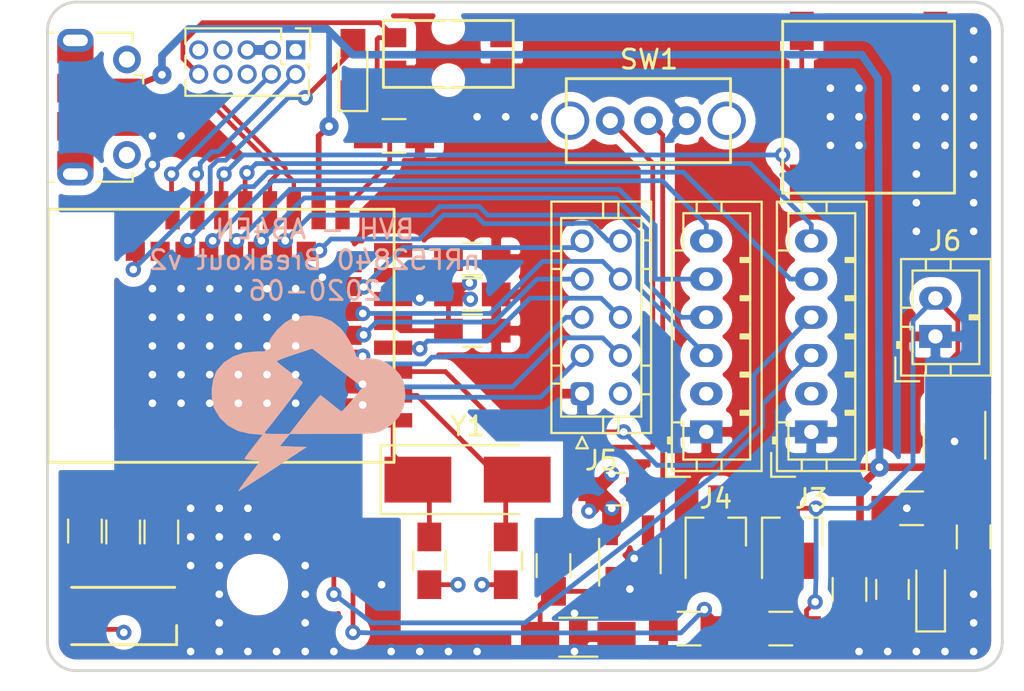
<source format=kicad_pcb>
(kicad_pcb (version 20171130) (host pcbnew 5.1.6-c6e7f7d~86~ubuntu18.04.1)
  (layers (0 F.Cu signal) (1 In1.Cu power) (2 In2.Cu power) (31 B.Cu signal) (34 B.Paste user) (35 F.Paste user) (36 B.SilkS user) (37 F.SilkS user) (38 B.Mask user) (39 F.Mask user) (44 Edge.Cuts user))
  (net 0 "")
  (net 1 GND)
  (net 2 +3V3)
  (net 3 VBUS)
  (net 4 XL1)
  (net 5 XL2)
  (net 6 "Net-(D2-Pad1)")
  (net 7 D+)
  (net 8 D-)
  (net 9 +BATT)
  (net 10 RESET)
  (net 11 SWCLK)
  (net 12 SWDIO)
  (net 13 BATSENSE)
  (net 14 "Net-(RPROG1-Pad1)")
  (net 15 "Net-(D1-Pad1)")
  (net 16 "Net-(SW1-Pad2)")
  (net 17 "Net-(C7-Pad1)")
  (net 18 "Net-(D1-Pad2)")
  (net 19 "Net-(D1-Pad3)")
  (net 20 LED_1)
  (net 21 "Net-(D4-Pad1)")
  (net 22 "Net-(J2-Pad6)")
  (net 23 P0.28_A4)
  (net 24 P0.05_A3)
  (net 25 P0.08)
  (net 26 P1.09)
  (net 27 P.04_A2)
  (net 28 P0.12)
  (net 29 P0.07)
  (net 30 P0.15)
  (net 31 P0.22)
  (net 32 P1.00)
  (net 33 P1.02)
  (net 34 SPKR)
  (net 35 LED_R)
  (net 36 LED_G)
  (net 37 LED_B)
  (net 38 "Net-(R7-Pad2)")
  (net 39 "Net-(R9-Pad2)")
  (net 40 P0.13)
  (net 41 P0.06)
  (net 42 P0.20)
  (net 43 P0.26)
  (net 44 P0.17)
  (module Mounting_Holes:MountingHole_2.2mm_M2 (layer F.Cu) (at 61 120.5)
    (fp_text reference REF** hide)
    (fp_text value MountingHole_2.2mm_M2)
    (pad 1 np_thru_hole circle (at 0 0) (size 2.2 2.2) (drill 2.2) (layers *.Cu *.Mask))
  )
  (module Capacitors_SMD:C_0805_HandSoldering (layer F.Cu) (at 79.8 115.5)
    (fp_text reference C8 hide)
    (fp_text value 10uF)
    (pad 1 smd rect (at -1.25 0) (size 1.5 1.25) (layers F.Cu F.Paste F.Mask) (net 2 +3V3))
    (pad 2 smd rect (at 1.25 0) (size 1.5 1.25) (layers F.Cu F.Paste F.Mask) (net 1 GND))
  )
  (module BVH_Logos:SkyIron_logo_Back (layer F.Cu) (at 63 111)
    (fp_text reference G*** hide)
    (fp_text value LOGO hide)
  )
  (module Resistors_SMD:R_0805_HandSoldering (layer F.Cu) (at 88.4 122.8 180)
    (fp_text reference R5 hide)
    (fp_text value 100K)
    (pad 1 smd rect (at -1.35 0 180) (size 1.5 1.3) (layers F.Cu F.Paste F.Mask) (net 9 +BATT))
    (pad 2 smd rect (at 1.35 0 180) (size 1.5 1.3) (layers F.Cu F.Paste F.Mask) (net 13 BATSENSE))
  )
  (module Resistors_SMD:R_0805_HandSoldering (layer F.Cu) (at 83.6 122.8 180)
    (fp_text reference R6 hide)
    (fp_text value 100K)
    (pad 1 smd rect (at -1.35 0 180) (size 1.5 1.3) (layers F.Cu F.Paste F.Mask) (net 13 BATSENSE))
    (pad 2 smd rect (at 1.35 0 180) (size 1.5 1.3) (layers F.Cu F.Paste F.Mask) (net 1 GND))
  )
  (module Resistors_SMD:R_0805_HandSoldering (layer F.Cu) (at 92 120.75 270)
    (fp_text reference R8 hide)
    (fp_text value 100K)
    (pad 1 smd rect (at -1.35 0 270) (size 1.5 1.3) (layers F.Cu F.Paste F.Mask) (net 3 VBUS))
    (pad 2 smd rect (at 1.35 0 270) (size 1.5 1.3) (layers F.Cu F.Paste F.Mask) (net 1 GND))
  )
  (module LEDs:LED_0805_HandSoldering (layer F.Cu) (at 96.25 120.75 90)
    (fp_text reference D4 hide)
    (fp_text value CHG)
    (pad 1 smd rect (at -1.35 0 90) (size 1.5 1.3) (layers F.Cu F.Paste F.Mask) (net 21 "Net-(D4-Pad1)"))
    (pad 2 smd rect (at 1.35 0 90) (size 1.5 1.3) (layers F.Cu F.Paste F.Mask) (net 3 VBUS))
  )
  (module Capacitors_SMD:C_0805_HandSoldering (layer F.Cu) (at 94.25 120.75 270)
    (fp_text reference C4 hide)
    (fp_text value 10uF)
    (pad 1 smd rect (at -1.25 0 270) (size 1.5 1.25) (layers F.Cu F.Paste F.Mask) (net 3 VBUS))
    (pad 2 smd rect (at 1.25 0 270) (size 1.5 1.25) (layers F.Cu F.Paste F.Mask) (net 1 GND))
  )
  (module Crystals:Crystal_SMD_5032-2pin_5.0x3.2mm_HandSoldering (layer F.Cu) (at 72 115)
    (fp_text reference Y1 (at 0 -2.8) (layer F.SilkS))
    (fp_text value "32,767 Hz")
    (pad 1 smd rect (at -2.6 0) (size 3.5 2.4) (layers F.Cu F.Paste F.Mask) (net 4 XL1))
    (pad 2 smd rect (at 2.6 0) (size 3.5 2.4) (layers F.Cu F.Paste F.Mask) (net 5 XL2))
  )
  (module "BVH_NRF52_Modules:E73(2G4M08S1C)-HandSoldered" (layer F.Cu) (at 59.7535 107.442)
    (fp_text reference U1 hide)
    (fp_text value E73-2G4M08S1C-52840)
    (pad 1 smd rect (at -5.75 6.55) (size 0.75 2) (layers F.Cu F.Paste F.Mask) (net 37 LED_B))
    (pad 2 smd rect (at -4.45 6.55) (size 0.75 2) (layers F.Cu F.Paste F.Mask) (net 36 LED_G))
    (pad 3 smd rect (at -3.2 6.55) (size 0.75 2) (layers F.Cu F.Paste F.Mask) (net 35 LED_R))
    (pad 4 smd rect (at -1.9 6.55) (size 0.75 2) (layers F.Cu F.Paste F.Mask) (net 23 P0.28_A4))
    (pad 5 smd rect (at -0.65 6.55) (size 0.75 2) (layers F.Cu F.Paste F.Mask) (net 1 GND))
    (pad 6 smd rect (at 0.6 6.55) (size 0.75 2) (layers F.Cu F.Paste F.Mask))
    (pad 7 smd rect (at 1.9 6.55) (size 0.75 2) (layers F.Cu F.Paste F.Mask) (net 13 BATSENSE))
    (pad 8 smd rect (at 3.15 6.55) (size 0.75 2) (layers F.Cu F.Paste F.Mask))
    (pad 9 smd rect (at 4.45 6.55) (size 0.75 2) (layers F.Cu F.Paste F.Mask))
    (pad 10 smd rect (at 5.7 6.55) (size 0.75 2) (layers F.Cu F.Paste F.Mask))
    (pad 11 smd rect (at 8.35 4.45) (size 2 0.75) (layers F.Cu F.Paste F.Mask) (net 4 XL1))
    (pad 13 smd rect (at 8.35 3.15) (size 2 0.75) (layers F.Cu F.Paste F.Mask) (net 5 XL2))
    (pad 15 smd rect (at 8.35 1.9) (size 2 0.75) (layers F.Cu F.Paste F.Mask) (net 24 P0.05_A3))
    (pad 17 smd rect (at 8.35 0.65) (size 2 0.75) (layers F.Cu F.Paste F.Mask) (net 26 P1.09))
    (pad 19 smd rect (at 8.35 -0.65) (size 2 0.75) (layers F.Cu F.Paste F.Mask) (net 2 +3V3))
    (pad 21 smd rect (at 8.35 -1.9) (size 2 0.75) (layers F.Cu F.Paste F.Mask) (net 1 GND))
    (pad 23 smd rect (at 8.35 -3.15) (size 2 0.75) (layers F.Cu F.Paste F.Mask) (net 2 +3V3))
    (pad 25 smd rect (at 8.35 -4.45) (size 2 0.75) (layers F.Cu F.Paste F.Mask))
    (pad 26 smd rect (at 5.7 -6.55) (size 0.75 2) (layers F.Cu F.Paste F.Mask) (net 10 RESET))
    (pad 27 smd rect (at 4.45 -6.55) (size 0.75 2) (layers F.Cu F.Paste F.Mask) (net 3 VBUS))
    (pad 29 smd rect (at 3.15 -6.55) (size 0.75 2) (layers F.Cu F.Paste F.Mask) (net 8 D-))
    (pad 31 smd rect (at 1.9 -6.55) (size 0.75 2) (layers F.Cu F.Paste F.Mask) (net 7 D+))
    (pad 33 smd rect (at 0.6 -6.55) (size 0.75 2) (layers F.Cu F.Paste F.Mask) (net 40 P0.13))
    (pad 35 smd rect (at -0.65 -6.55) (size 0.75 2) (layers F.Cu F.Paste F.Mask) (net 34 SPKR))
    (pad 37 smd rect (at -1.9 -6.55) (size 0.75 2) (layers F.Cu F.Paste F.Mask) (net 12 SWDIO))
    (pad 39 smd rect (at -3.2 -6.55) (size 0.75 2) (layers F.Cu F.Paste F.Mask) (net 11 SWCLK))
    (pad 41 smd rect (at -4.45 -6.55) (size 0.75 2) (layers F.Cu F.Paste F.Mask))
    (pad 43 smd rect (at -5.75 -6.55) (size 0.75 2) (layers F.Cu F.Paste F.Mask))
    (pad 12 smd rect (at 6.2 3.8) (size 1 1) (layers F.Cu F.Paste F.Mask) (net 43 P0.26))
    (pad 14 smd rect (at 6.2 2.55) (size 1 1) (layers F.Cu F.Paste F.Mask) (net 41 P0.06))
    (pad 16 smd rect (at 6.2 1.25) (size 1 1) (layers F.Cu F.Paste F.Mask) (net 25 P0.08))
    (pad 18 smd rect (at 6.2 0) (size 1 1) (layers F.Cu F.Paste F.Mask) (net 27 P.04_A2))
    (pad 20 smd rect (at 6.2 -1.25) (size 1 1) (layers F.Cu F.Paste F.Mask) (net 28 P0.12))
    (pad 22 smd rect (at 6.2 -2.55) (size 1 1) (layers F.Cu F.Paste F.Mask) (net 29 P0.07))
    (pad 24 smd rect (at 6.2 -3.8) (size 1 1) (layers F.Cu F.Paste F.Mask) (net 1 GND))
    (pad 28 smd rect (at 3.8 -4.4) (size 1 1) (layers F.Cu F.Paste F.Mask) (net 30 P0.15))
    (pad 30 smd rect (at 2.55 -4.4) (size 1 1) (layers F.Cu F.Paste F.Mask) (net 44 P0.17))
    (pad 32 smd rect (at 1.25 -4.4) (size 1 1) (layers F.Cu F.Paste F.Mask) (net 42 P0.20))
    (pad 34 smd rect (at 0 -4.4) (size 1 1) (layers F.Cu F.Paste F.Mask) (net 31 P0.22))
    (pad 36 smd rect (at -1.3 -4.4) (size 1 1) (layers F.Cu F.Paste F.Mask) (net 32 P1.00))
    (pad 38 smd rect (at -2.55 -4.4) (size 1 1) (layers F.Cu F.Paste F.Mask) (net 33 P1.02))
    (pad 40 smd rect (at -3.85 -4.4) (size 1 1) (layers F.Cu F.Paste F.Mask))
    (pad 42 smd rect (at -5.15 -4.4) (size 1 1) (layers F.Cu F.Paste F.Mask) (net 20 LED_1))
  )
  (module Connector_JST:JST_PHD_B10B-PHDSS_2x05_P2.00mm_Vertical (layer F.Cu) (at 78 110.5 90)
    (fp_text reference J5 (at -3.5 1 180) (layer F.SilkS))
    (fp_text value XC3)
    (pad 10 thru_hole circle (at 8 2 90) (size 1.2 1.2) (drill 0.75) (layers *.Cu *.Mask) (net 30 P0.15))
    (pad 8 thru_hole circle (at 6 2 90) (size 1.2 1.2) (drill 0.75) (layers *.Cu *.Mask) (net 28 P0.12))
    (pad 6 thru_hole circle (at 4 2 90) (size 1.2 1.2) (drill 0.75) (layers *.Cu *.Mask) (net 26 P1.09))
    (pad 4 thru_hole circle (at 2 2 90) (size 1.2 1.2) (drill 0.75) (layers *.Cu *.Mask) (net 41 P0.06))
    (pad 2 thru_hole circle (at 0 2 90) (size 1.2 1.2) (drill 0.75) (layers *.Cu *.Mask) (net 2 +3V3))
    (pad 9 thru_hole circle (at 8 0 90) (size 1.2 1.2) (drill 0.75) (layers *.Cu *.Mask) (net 29 P0.07))
    (pad 7 thru_hole circle (at 6 0 90) (size 1.2 1.2) (drill 0.75) (layers *.Cu *.Mask) (net 27 P.04_A2))
    (pad 5 thru_hole circle (at 4 0 90) (size 1.2 1.2) (drill 0.75) (layers *.Cu *.Mask) (net 25 P0.08))
    (pad 3 thru_hole circle (at 2 0 90) (size 1.2 1.2) (drill 0.75) (layers *.Cu *.Mask) (net 43 P0.26))
    (pad 1 thru_hole roundrect (at 0 0 90) (size 1.2 1.2) (drill 0.75) (layers *.Cu *.Mask) (roundrect_rratio 0.208333) (net 1 GND))
  )
  (module Switches:Tac_SMD_6.4mm_Side_SPST_NO (layer F.Cu) (at 70.993 92.71 180)
    (fp_text reference RST1)
    (fp_text value SW_SPST)
    (pad 1 smd rect (at 2.8 -0.85 180) (size 1.2 1) (layers F.Cu F.Paste F.Mask) (net 1 GND))
    (pad 2 smd rect (at 2.8 0.85 180) (size 1.2 1) (layers F.Cu F.Paste F.Mask) (net 10 RESET))
    (pad 2 smd rect (at -2.8 0.85 180) (size 1.2 1) (layers F.Cu F.Paste F.Mask) (net 10 RESET))
    (pad 1 smd rect (at -2.8 -0.75 180) (size 1.2 1) (layers F.Cu F.Paste F.Mask) (net 1 GND))
    (pad "" np_thru_hole circle (at 0 1.375 180) (size 0.75 0.75) (drill 0.75) (layers *.Cu *.Mask))
    (pad "" np_thru_hole circle (at 0 -1.375 180) (size 0.75 0.75) (drill 0.75) (layers *.Cu *.Mask))
  )
  (module BVH_Components_Misc:SMD_Speaker (layer F.Cu) (at 88.5 100 90)
    (fp_text reference LS1 hide)
    (fp_text value Speaker)
    (fp_text user . (at -0.5 -0.5 90) (layer F.SilkS))
    (pad 2 smd rect (at 8.5 8 90) (size 2 1.25) (layers F.Cu F.Paste F.Mask) (net 1 GND))
    (pad 1 smd rect (at 8.5 1 90) (size 2 1.25) (layers F.Cu F.Paste F.Mask) (net 34 SPKR))
    (pad 2 smd rect (at 0.5 8 90) (size 2 1.25) (layers F.Cu F.Paste F.Mask) (net 1 GND))
    (pad 1 smd rect (at 0.5 1 90) (size 2 1.25) (layers F.Cu F.Paste F.Mask) (net 34 SPKR))
  )
  (module Capacitors_SMD:C_0805_HandSoldering (layer F.Cu) (at 74 119.25 90)
    (fp_text reference C6 hide)
    (fp_text value 22pF)
    (pad 1 smd rect (at -1.25 0 90) (size 1.5 1.25) (layers F.Cu F.Paste F.Mask) (net 1 GND))
    (pad 2 smd rect (at 1.25 0 90) (size 1.5 1.25) (layers F.Cu F.Paste F.Mask) (net 5 XL2))
  )
  (module Capacitors_SMD:C_0805_HandSoldering (layer F.Cu) (at 70 119.25 90)
    (fp_text reference C5 hide)
    (fp_text value 22pF)
    (pad 1 smd rect (at -1.25 0 90) (size 1.5 1.25) (layers F.Cu F.Paste F.Mask) (net 1 GND))
    (pad 2 smd rect (at 1.25 0 90) (size 1.5 1.25) (layers F.Cu F.Paste F.Mask) (net 4 XL1))
  )
  (module Capacitors_SMD:C_0805_HandSoldering (layer F.Cu) (at 72.25 103.45)
    (fp_text reference C3 hide)
    (fp_text value 0.1uF)
    (pad 1 smd rect (at -1.25 0) (size 1.5 1.25) (layers F.Cu F.Paste F.Mask) (net 2 +3V3))
    (pad 2 smd rect (at 1.25 0) (size 1.5 1.25) (layers F.Cu F.Paste F.Mask) (net 1 GND))
  )
  (module Capacitors_SMD:C_0805_HandSoldering (layer F.Cu) (at 72.25 107.2)
    (fp_text reference C2 hide)
    (fp_text value 0.1uF)
    (pad 1 smd rect (at -1.25 0) (size 1.5 1.25) (layers F.Cu F.Paste F.Mask) (net 2 +3V3))
    (pad 2 smd rect (at 1.25 0) (size 1.5 1.25) (layers F.Cu F.Paste F.Mask) (net 1 GND))
  )
  (module Capacitors_SMD:C_0805_HandSoldering (layer F.Cu) (at 72.25 105.3)
    (fp_text reference C1 hide)
    (fp_text value 10uF)
    (pad 1 smd rect (at -1.25 0) (size 1.5 1.25) (layers F.Cu F.Paste F.Mask) (net 2 +3V3))
    (pad 2 smd rect (at 1.25 0) (size 1.5 1.25) (layers F.Cu F.Paste F.Mask) (net 1 GND))
  )
  (module TO_SOT_Packages_SMD:SOT-23-5_HandSoldering (layer F.Cu) (at 80.5 119 90)
    (fp_text reference U3 hide)
    (fp_text value AP2112K-3.3)
    (pad 1 smd rect (at -1.35 -0.95 90) (size 1.56 0.65) (layers F.Cu F.Paste F.Mask) (net 17 "Net-(C7-Pad1)"))
    (pad 2 smd rect (at -1.35 0 90) (size 1.56 0.65) (layers F.Cu F.Paste F.Mask) (net 1 GND))
    (pad 3 smd rect (at -1.35 0.95 90) (size 1.56 0.65) (layers F.Cu F.Paste F.Mask) (net 16 "Net-(SW1-Pad2)"))
    (pad 4 smd rect (at 1.35 0.95 90) (size 1.56 0.65) (layers F.Cu F.Paste F.Mask))
    (pad 5 smd rect (at 1.35 -0.95 90) (size 1.56 0.65) (layers F.Cu F.Paste F.Mask) (net 2 +3V3))
  )
  (module TO_SOT_Packages_SMD:SOT-23-5_HandSoldering (layer F.Cu) (at 97.5 113 270)
    (fp_text reference U2 hide)
    (fp_text value MCP73831-2-OT)
    (pad 1 smd rect (at -1.35 -0.95 270) (size 1.56 0.65) (layers F.Cu F.Paste F.Mask) (net 38 "Net-(R7-Pad2)"))
    (pad 2 smd rect (at -1.35 0 270) (size 1.56 0.65) (layers F.Cu F.Paste F.Mask) (net 1 GND))
    (pad 3 smd rect (at -1.35 0.95 270) (size 1.56 0.65) (layers F.Cu F.Paste F.Mask) (net 9 +BATT))
    (pad 4 smd rect (at 1.35 0.95 270) (size 1.56 0.65) (layers F.Cu F.Paste F.Mask) (net 3 VBUS))
    (pad 5 smd rect (at 1.35 -0.95 270) (size 1.56 0.65) (layers F.Cu F.Paste F.Mask) (net 14 "Net-(RPROG1-Pad1)"))
  )
  (module Switches:OS102011MA1QN1 (layer F.Cu) (at 81.4705 96.2025 180)
    (fp_text reference SW1 (at -0.0295 3.2025) (layer F.SilkS))
    (fp_text value SW_BAT)
    (pad "" thru_hole circle (at -4.1 0 180) (size 2 2) (drill 1.5) (layers *.Cu *.Mask))
    (pad "" thru_hole circle (at 4.1 0 180) (size 2 2) (drill 1.5) (layers *.Cu *.Mask))
    (pad 3 thru_hole circle (at 2 0 180) (size 1.5 1.5) (drill 0.8) (layers *.Cu *.Mask) (net 39 "Net-(R9-Pad2)"))
    (pad 2 thru_hole circle (at 0 0 180) (size 1.5 1.5) (drill 0.8) (layers *.Cu *.Mask) (net 16 "Net-(SW1-Pad2)"))
    (pad 1 thru_hole circle (at -2 0 180) (size 1.5 1.5) (drill 0.8) (layers *.Cu *.Mask) (net 1 GND))
  )
  (module Resistors_SMD:R_0805_HandSoldering (layer F.Cu) (at 95.25 116.5 180)
    (fp_text reference RPROG1 hide)
    (fp_text value 4.7K)
    (pad 1 smd rect (at -1.35 0 180) (size 1.5 1.3) (layers F.Cu F.Paste F.Mask) (net 14 "Net-(RPROG1-Pad1)"))
    (pad 2 smd rect (at 1.35 0 180) (size 1.5 1.3) (layers F.Cu F.Paste F.Mask) (net 1 GND))
  )
  (module Resistors_SMD:R_0805_HandSoldering (layer F.Cu) (at 76.5 119.5 90)
    (fp_text reference R9 hide)
    (fp_text value 100K)
    (pad 1 smd rect (at -1.35 0 90) (size 1.5 1.3) (layers F.Cu F.Paste F.Mask) (net 17 "Net-(C7-Pad1)"))
    (pad 2 smd rect (at 1.35 0 90) (size 1.5 1.3) (layers F.Cu F.Paste F.Mask) (net 39 "Net-(R9-Pad2)"))
  )
  (module Resistors_SMD:R_0805_HandSoldering (layer F.Cu) (at 98.5 118 90)
    (fp_text reference R7 hide)
    (fp_text value 1K)
    (pad 1 smd rect (at -1.35 0 90) (size 1.5 1.3) (layers F.Cu F.Paste F.Mask) (net 21 "Net-(D4-Pad1)"))
    (pad 2 smd rect (at 1.35 0 90) (size 1.5 1.3) (layers F.Cu F.Paste F.Mask) (net 38 "Net-(R7-Pad2)"))
  )
  (module Resistors_SMD:R_0805_HandSoldering (layer F.Cu) (at 68.15 97 180)
    (fp_text reference R4 hide)
    (fp_text value 1K)
    (pad 1 smd rect (at -1.35 0 180) (size 1.5 1.3) (layers F.Cu F.Paste F.Mask) (net 1 GND))
    (pad 2 smd rect (at 1.35 0 180) (size 1.5 1.3) (layers F.Cu F.Paste F.Mask) (net 6 "Net-(D2-Pad1)"))
  )
  (module Resistors_SMD:R_0805_HandSoldering (layer F.Cu) (at 51.9665 117.6905 90)
    (fp_text reference R3 hide)
    (fp_text value 1K)
    (pad 1 smd rect (at -1.35 0 90) (size 1.5 1.3) (layers F.Cu F.Paste F.Mask) (net 19 "Net-(D1-Pad3)"))
    (pad 2 smd rect (at 1.35 0 90) (size 1.5 1.3) (layers F.Cu F.Paste F.Mask) (net 37 LED_B))
  )
  (module Resistors_SMD:R_0805_HandSoldering (layer F.Cu) (at 53.9665 117.7405 90)
    (fp_text reference R2 hide)
    (fp_text value 1K)
    (pad 1 smd rect (at -1.35 0 90) (size 1.5 1.3) (layers F.Cu F.Paste F.Mask) (net 18 "Net-(D1-Pad2)"))
    (pad 2 smd rect (at 1.35 0 90) (size 1.5 1.3) (layers F.Cu F.Paste F.Mask) (net 36 LED_G))
  )
  (module Resistors_SMD:R_0805_HandSoldering (layer F.Cu) (at 55.9665 117.7405 90)
    (fp_text reference R1 hide)
    (fp_text value 1K)
    (pad 1 smd rect (at -1.35 0 90) (size 1.5 1.3) (layers F.Cu F.Paste F.Mask) (net 15 "Net-(D1-Pad1)"))
    (pad 2 smd rect (at 1.35 0 90) (size 1.5 1.3) (layers F.Cu F.Paste F.Mask) (net 35 LED_R))
  )
  (module TO_SOT_Packages_SMD:SOT-23_Handsoldering (layer F.Cu) (at 89 117.75 90)
    (fp_text reference Q1 hide)
    (fp_text value AO3401)
    (pad 1 smd rect (at -1.5 -0.95 90) (size 1.9 0.8) (layers F.Cu F.Paste F.Mask) (net 3 VBUS))
    (pad 2 smd rect (at -1.5 0.95 90) (size 1.9 0.8) (layers F.Cu F.Paste F.Mask) (net 17 "Net-(C7-Pad1)"))
    (pad 3 smd rect (at 1.5 0 90) (size 1.9 0.8) (layers F.Cu F.Paste F.Mask) (net 9 +BATT))
  )
  (module Connectors_JST:JST_PH_B2B-PH-K_02x2.00mm_Straight (layer F.Cu) (at 96.5 107.5 90)
    (fp_text reference J6 (at 5 0.5 180) (layer F.SilkS))
    (fp_text value BAT)
    (pad 1 thru_hole rect (at 0 0 90) (size 1.2 1.7) (drill 0.75) (layers *.Cu *.Mask) (net 1 GND))
    (pad 2 thru_hole oval (at 2 0 90) (size 1.2 1.7) (drill 0.75) (layers *.Cu *.Mask) (net 9 +BATT))
  )
  (module Connectors_JST:JST_PH_B6B-PH-K_06x2.00mm_Straight (layer F.Cu) (at 84.5 112.5 90)
    (fp_text reference J4 (at -3.5 0.5 180) (layer F.SilkS))
    (fp_text value XC2)
    (pad 1 thru_hole rect (at 0 0 90) (size 1.2 1.7) (drill 0.75) (layers *.Cu *.Mask) (net 1 GND))
    (pad 2 thru_hole oval (at 2 0 90) (size 1.2 1.7) (drill 0.75) (layers *.Cu *.Mask) (net 2 +3V3))
    (pad 3 thru_hole oval (at 4 0 90) (size 1.2 1.7) (drill 0.75) (layers *.Cu *.Mask) (net 44 P0.17))
    (pad 4 thru_hole oval (at 6 0 90) (size 1.2 1.7) (drill 0.75) (layers *.Cu *.Mask) (net 42 P0.20))
    (pad 5 thru_hole oval (at 8 0 90) (size 1.2 1.7) (drill 0.75) (layers *.Cu *.Mask) (net 31 P0.22))
    (pad 6 thru_hole oval (at 10 0 90) (size 1.2 1.7) (drill 0.75) (layers *.Cu *.Mask) (net 32 P1.00))
  )
  (module Connectors_JST:JST_PH_B6B-PH-K_06x2.00mm_Straight (layer F.Cu) (at 90 112.5 90)
    (fp_text reference J3 (at -3.5 0 180) (layer F.SilkS))
    (fp_text value XC1)
    (pad 1 thru_hole rect (at 0 0 90) (size 1.2 1.7) (drill 0.75) (layers *.Cu *.Mask) (net 1 GND))
    (pad 2 thru_hole oval (at 2 0 90) (size 1.2 1.7) (drill 0.75) (layers *.Cu *.Mask) (net 2 +3V3))
    (pad 3 thru_hole oval (at 4 0 90) (size 1.2 1.7) (drill 0.75) (layers *.Cu *.Mask) (net 23 P0.28_A4))
    (pad 4 thru_hole oval (at 6 0 90) (size 1.2 1.7) (drill 0.75) (layers *.Cu *.Mask) (net 24 P0.05_A3))
    (pad 5 thru_hole oval (at 8 0 90) (size 1.2 1.7) (drill 0.75) (layers *.Cu *.Mask) (net 33 P1.02))
    (pad 6 thru_hole oval (at 10 0 90) (size 1.2 1.7) (drill 0.75) (layers *.Cu *.Mask) (net 40 P0.13))
  )
  (module Connectors_USB:USB_Micro-B_Molex-105017-0001 (layer F.Cu) (at 51.816 95.5 270)
    (fp_text reference J2 hide)
    (fp_text value USB_B_Micro)
    (pad 6 smd rect (at 1 0.35 270) (size 1.5 1.9) (layers F.Cu F.Paste F.Mask) (net 22 "Net-(J2-Pad6)"))
    (pad 6 thru_hole circle (at -2.5 -2.35 270) (size 1.45 1.45) (drill 0.85) (layers *.Cu *.Mask) (net 22 "Net-(J2-Pad6)"))
    (pad 2 smd rect (at -0.65 -2.35 270) (size 0.4 1.35) (layers F.Cu F.Paste F.Mask) (net 8 D-))
    (pad 1 smd rect (at -1.3 -2.35 270) (size 0.4 1.35) (layers F.Cu F.Paste F.Mask) (net 3 VBUS))
    (pad 5 smd rect (at 1.3 -2.35 270) (size 0.4 1.35) (layers F.Cu F.Paste F.Mask) (net 1 GND))
    (pad 4 smd rect (at 0.65 -2.35 270) (size 0.4 1.35) (layers F.Cu F.Paste F.Mask))
    (pad 3 smd rect (at 0 -2.35 270) (size 0.4 1.35) (layers F.Cu F.Paste F.Mask) (net 7 D+))
    (pad 6 thru_hole circle (at 2.5 -2.35 270) (size 1.45 1.45) (drill 0.85) (layers *.Cu *.Mask) (net 22 "Net-(J2-Pad6)"))
    (pad 6 smd rect (at -1 0.35 270) (size 1.5 1.9) (layers F.Cu F.Paste F.Mask) (net 22 "Net-(J2-Pad6)"))
    (pad 6 thru_hole oval (at -3.5 0.35 90) (size 1.2 1.9) (drill oval 0.6 1.3) (layers *.Cu *.Mask) (net 22 "Net-(J2-Pad6)"))
    (pad 6 thru_hole oval (at 3.5 0.35 270) (size 1.2 1.9) (drill oval 0.6 1.3) (layers *.Cu *.Mask) (net 22 "Net-(J2-Pad6)"))
    (pad 6 smd rect (at 2.9 0.35 270) (size 1.2 1.9) (layers F.Cu F.Mask) (net 22 "Net-(J2-Pad6)"))
    (pad 6 smd rect (at -2.9 0.35 270) (size 1.2 1.9) (layers F.Cu F.Mask) (net 22 "Net-(J2-Pad6)"))
  )
  (module Pin_Headers:Pin_Header_Straight_2x05_Pitch1.27mm (layer F.Cu) (at 63 92.5 270)
    (fp_text reference J1 hide)
    (fp_text value SWD)
    (pad 1 thru_hole rect (at 0 0 270) (size 1 1) (drill 0.65) (layers *.Cu *.Mask) (net 2 +3V3))
    (pad 2 thru_hole oval (at 1.27 0 270) (size 1 1) (drill 0.65) (layers *.Cu *.Mask) (net 12 SWDIO))
    (pad 3 thru_hole oval (at 0 1.27 270) (size 1 1) (drill 0.65) (layers *.Cu *.Mask) (net 1 GND))
    (pad 4 thru_hole oval (at 1.27 1.27 270) (size 1 1) (drill 0.65) (layers *.Cu *.Mask) (net 11 SWCLK))
    (pad 5 thru_hole oval (at 0 2.54 270) (size 1 1) (drill 0.65) (layers *.Cu *.Mask) (net 1 GND))
    (pad 6 thru_hole oval (at 1.27 2.54 270) (size 1 1) (drill 0.65) (layers *.Cu *.Mask))
    (pad 7 thru_hole oval (at 0 3.81 270) (size 1 1) (drill 0.65) (layers *.Cu *.Mask))
    (pad 8 thru_hole oval (at 1.27 3.81 270) (size 1 1) (drill 0.65) (layers *.Cu *.Mask))
    (pad 9 thru_hole oval (at 0 5.08 270) (size 1 1) (drill 0.65) (layers *.Cu *.Mask) (net 1 GND))
    (pad 10 thru_hole oval (at 1.27 5.08 270) (size 1 1) (drill 0.65) (layers *.Cu *.Mask) (net 10 RESET))
  )
  (module TO_SOT_Packages_SMD:SOT-23_Handsoldering (layer F.Cu) (at 85 117.75 90)
    (fp_text reference D3 hide)
    (fp_text value BAT54S)
    (pad 1 smd rect (at -1.5 -0.95 90) (size 1.9 0.8) (layers F.Cu F.Paste F.Mask))
    (pad 2 smd rect (at -1.5 0.95 90) (size 1.9 0.8) (layers F.Cu F.Paste F.Mask) (net 17 "Net-(C7-Pad1)"))
    (pad 3 smd rect (at 1.5 0 90) (size 1.9 0.8) (layers F.Cu F.Paste F.Mask) (net 3 VBUS))
  )
  (module LEDs:LED_0805_HandSoldering (layer F.Cu) (at 66 93.5 90)
    (fp_text reference D2 hide)
    (fp_text value LED)
    (pad 1 smd rect (at -1.35 0 90) (size 1.5 1.3) (layers F.Cu F.Paste F.Mask) (net 6 "Net-(D2-Pad1)"))
    (pad 2 smd rect (at 1.35 0 90) (size 1.5 1.3) (layers F.Cu F.Paste F.Mask) (net 20 LED_1))
  )
  (module LEDs:LED_RGB_1210 (layer F.Cu) (at 53.9665 122.1405 180)
    (fp_text reference D1 hide)
    (fp_text value LED_RGBA)
    (pad 1 smd rect (at -1.75 -0.7) (size 1.5 1) (layers F.Cu F.Paste F.Mask) (net 15 "Net-(D1-Pad1)"))
    (pad 2 smd rect (at -1.75 0.7) (size 1.5 1) (layers F.Cu F.Paste F.Mask) (net 18 "Net-(D1-Pad2)"))
    (pad 4 smd rect (at 1.75 -0.7) (size 1.5 1) (layers F.Cu F.Paste F.Mask) (net 2 +3V3))
    (pad 3 smd rect (at 1.75 0.7) (size 1.5 1) (layers F.Cu F.Paste F.Mask) (net 19 "Net-(D1-Pad3)"))
  )
  (module Capacitors_SMD:C_1206_HandSoldering (layer F.Cu) (at 77.8 123.25)
    (fp_text reference C7 hide)
    (fp_text value 10uF)
    (pad 1 smd rect (at -2 0) (size 2 1.6) (layers F.Cu F.Paste F.Mask) (net 17 "Net-(C7-Pad1)"))
    (pad 2 smd rect (at 2 0) (size 2 1.6) (layers F.Cu F.Paste F.Mask) (net 1 GND))
  )
  (gr_text "BVH - AB4EN\nnRF52840 Breakout v2\n2020-06" (at 64 103.5) (layer B.SilkS) (effects (font (size 1 1)) (justify mirror)))
  (gr_arc (start 51.5 123.5) (end 50 123.5) (angle -90) (layer Edge.Cuts) (width 0.15))
  (gr_arc (start 98.5 123.5) (end 98.5 125) (angle -90) (layer Edge.Cuts) (width 0.15))
  (gr_arc (start 98.5 91.5) (end 100 91.5) (angle -90) (layer Edge.Cuts) (width 0.15))
  (gr_arc (start 51.5 91.5) (end 51.5 90) (angle -90) (layer Edge.Cuts) (width 0.15))
  (gr_line (start 50 123.5) (end 50 91.5) (layer Edge.Cuts) (width 0.15))
  (gr_line (start 98.5 125) (end 51.5 125) (layer Edge.Cuts) (width 0.15))
  (gr_line (start 100 91.5) (end 100 123.5) (layer Edge.Cuts) (width 0.15))
  (gr_line (start 51.5 90) (end 98.5 90) (layer Edge.Cuts) (width 0.15))
  (via (at 72.75 120.5) (size 0.8) (drill 0.4) (layers F.Cu B.Cu) (net 1))
  (segment (start 74 120.5) (end 72.75 120.5) (width 0.25) (layer F.Cu) (net 1))
  (via (at 71.5 120.5) (size 0.8) (drill 0.4) (layers F.Cu B.Cu) (net 1))
  (segment (start 70 120.5) (end 71.5 120.5) (width 0.25) (layer F.Cu) (net 1))
  (via (at 55.5 97) (size 0.8) (drill 0.4) (layers F.Cu B.Cu) (net 1))
  (segment (start 54.166 96.8) (end 55.3 96.8) (width 0.25) (layer F.Cu) (net 1))
  (segment (start 55.3 96.8) (end 55.5 97) (width 0.25) (layer F.Cu) (net 1))
  (via (at 97.5 113) (size 0.8) (drill 0.4) (layers F.Cu B.Cu) (net 1))
  (segment (start 97.5 111.65) (end 97.5 113) (width 0.25) (layer F.Cu) (net 1))
  (via (at 95 116.5) (size 0.8) (drill 0.4) (layers F.Cu B.Cu) (net 1))
  (segment (start 93.9 116.5) (end 95 116.5) (width 0.25) (layer F.Cu) (net 1))
  (via (at 80.5 120.729991) (size 0.8) (drill 0.4) (layers F.Cu B.Cu) (net 1))
  (segment (start 80.5 120.35) (end 80.5 120.729991) (width 0.25) (layer F.Cu) (net 1))
  (segment (start 80.5 120.35) (end 80.5 119.347784) (width 0.25) (layer F.Cu) (net 1))
  (segment (start 80.5 119.347784) (end 80.72501 119.122774) (width 0.25) (layer F.Cu) (net 1))
  (via (at 80.72501 119.122774) (size 0.8) (drill 0.4) (layers F.Cu B.Cu) (net 1))
  (segment (start 69.076762 105.542) (end 68.1035 105.542) (width 0.25) (layer F.Cu) (net 1))
  (via (at 69.5 105.5) (size 0.8) (drill 0.4) (layers F.Cu B.Cu) (net 1))
  (segment (start 69.5 105.5) (end 69.076762 105.542) (width 0.25) (layer F.Cu) (net 1))
  (segment (start 73.5 104) (end 74.185135 104) (width 0.25) (layer F.Cu) (net 1))
  (via (at 77.6 124) (size 0.8) (drill 0.4) (layers F.Cu B.Cu) (net 1))
  (via (at 77.6 122) (size 0.8) (drill 0.4) (layers F.Cu B.Cu) (net 1))
  (via (at 64.4 104.4) (size 0.8) (drill 0.4) (layers F.Cu B.Cu) (net 1))
  (segment (start 65.9535 103.642) (end 65.158 103.642) (width 0.25) (layer F.Cu) (net 1))
  (segment (start 65.158 103.642) (end 64.4 104.4) (width 0.25) (layer F.Cu) (net 1))
  (via (at 94 124) (size 0.8) (drill 0.4) (layers F.Cu B.Cu) (net 1))
  (via (at 92.5 124) (size 0.8) (drill 0.4) (layers F.Cu B.Cu) (net 1))
  (via (at 95.5 124) (size 0.8) (drill 0.4) (layers F.Cu B.Cu) (net 1))
  (via (at 97 124) (size 0.8) (drill 0.4) (layers F.Cu B.Cu) (net 1))
  (via (at 98.5 124) (size 0.8) (drill 0.4) (layers F.Cu B.Cu) (net 1))
  (via (at 98.5 122.5) (size 0.8) (drill 0.4) (layers F.Cu B.Cu) (net 1))
  (via (at 98.5 121) (size 0.8) (drill 0.4) (layers F.Cu B.Cu) (net 1))
  (via (at 98.5 102) (size 0.8) (drill 0.4) (layers F.Cu B.Cu) (net 1))
  (via (at 98.5 100.5) (size 0.8) (drill 0.4) (layers F.Cu B.Cu) (net 1))
  (via (at 98.5 99) (size 0.8) (drill 0.4) (layers F.Cu B.Cu) (net 1))
  (via (at 98.5 94.5) (size 0.8) (drill 0.4) (layers F.Cu B.Cu) (net 1))
  (via (at 98.5 97.5) (size 0.8) (drill 0.4) (layers F.Cu B.Cu) (net 1))
  (via (at 98.5 96) (size 0.8) (drill 0.4) (layers F.Cu B.Cu) (net 1))
  (via (at 98.5 93) (size 0.8) (drill 0.4) (layers F.Cu B.Cu) (net 1))
  (via (at 98.5 91.5) (size 0.8) (drill 0.4) (layers F.Cu B.Cu) (net 1))
  (via (at 97 97.5) (size 0.8) (drill 0.4) (layers F.Cu B.Cu) (net 1))
  (via (at 97 96) (size 0.8) (drill 0.4) (layers F.Cu B.Cu) (net 1))
  (via (at 97 94.5) (size 0.8) (drill 0.4) (layers F.Cu B.Cu) (net 1))
  (via (at 95.5 94.5) (size 0.8) (drill 0.4) (layers F.Cu B.Cu) (net 1))
  (via (at 95.5 97.5) (size 0.8) (drill 0.4) (layers F.Cu B.Cu) (net 1))
  (via (at 95.5 96) (size 0.8) (drill 0.4) (layers F.Cu B.Cu) (net 1))
  (via (at 92.5 94.5) (size 0.8) (drill 0.4) (layers F.Cu B.Cu) (net 1))
  (via (at 92.5 97.5) (size 0.8) (drill 0.4) (layers F.Cu B.Cu) (net 1))
  (via (at 92.5 96) (size 0.8) (drill 0.4) (layers F.Cu B.Cu) (net 1))
  (via (at 91 96) (size 0.8) (drill 0.4) (layers F.Cu B.Cu) (net 1))
  (via (at 91 97.5) (size 0.8) (drill 0.4) (layers F.Cu B.Cu) (net 1))
  (via (at 91 94.5) (size 0.8) (drill 0.4) (layers F.Cu B.Cu) (net 1))
  (via (at 95.5 99) (size 0.8) (drill 0.4) (layers F.Cu B.Cu) (net 1))
  (via (at 95.5 102) (size 0.8) (drill 0.4) (layers F.Cu B.Cu) (net 1))
  (via (at 95.5 100.5) (size 0.8) (drill 0.4) (layers F.Cu B.Cu) (net 1))
  (via (at 74 96) (size 0.8) (drill 0.4) (layers F.Cu B.Cu) (net 1))
  (via (at 75.5 96) (size 0.8) (drill 0.4) (layers F.Cu B.Cu) (net 1))
  (via (at 72.5 96) (size 0.8) (drill 0.4) (layers F.Cu B.Cu) (net 1))
  (via (at 55.5 105) (size 0.8) (drill 0.4) (layers F.Cu B.Cu) (net 1))
  (via (at 57 105) (size 0.8) (drill 0.4) (layers F.Cu B.Cu) (net 1))
  (via (at 58.5 105) (size 0.8) (drill 0.4) (layers F.Cu B.Cu) (net 1))
  (via (at 55.5 106.5) (size 0.8) (drill 0.4) (layers F.Cu B.Cu) (net 1))
  (via (at 57 106.5) (size 0.8) (drill 0.4) (layers F.Cu B.Cu) (net 1))
  (via (at 58.5 106.5) (size 0.8) (drill 0.4) (layers F.Cu B.Cu) (net 1))
  (via (at 57 108) (size 0.8) (drill 0.4) (layers F.Cu B.Cu) (net 1))
  (via (at 55.5 108) (size 0.8) (drill 0.4) (layers F.Cu B.Cu) (net 1))
  (via (at 58.5 108) (size 0.8) (drill 0.4) (layers F.Cu B.Cu) (net 1))
  (via (at 57 109.5) (size 0.8) (drill 0.4) (layers F.Cu B.Cu) (net 1))
  (via (at 55.5 109.5) (size 0.8) (drill 0.4) (layers F.Cu B.Cu) (net 1))
  (via (at 58.5 109.5) (size 0.8) (drill 0.4) (layers F.Cu B.Cu) (net 1))
  (via (at 58.5 111) (size 0.8) (drill 0.4) (layers F.Cu B.Cu) (net 1))
  (via (at 55.5 111) (size 0.8) (drill 0.4) (layers F.Cu B.Cu) (net 1))
  (via (at 57 111) (size 0.8) (drill 0.4) (layers F.Cu B.Cu) (net 1))
  (via (at 60 111) (size 0.8) (drill 0.4) (layers F.Cu B.Cu) (net 1))
  (via (at 63 111) (size 0.8) (drill 0.4) (layers F.Cu B.Cu) (net 1))
  (via (at 61.5 111) (size 0.8) (drill 0.4) (layers F.Cu B.Cu) (net 1))
  (via (at 63 109.5) (size 0.8) (drill 0.4) (layers F.Cu B.Cu) (net 1))
  (via (at 61.5 109.5) (size 0.8) (drill 0.4) (layers F.Cu B.Cu) (net 1))
  (via (at 60 109.5) (size 0.8) (drill 0.4) (layers F.Cu B.Cu) (net 1))
  (via (at 60 108) (size 0.8) (drill 0.4) (layers F.Cu B.Cu) (net 1))
  (via (at 63 108) (size 0.8) (drill 0.4) (layers F.Cu B.Cu) (net 1))
  (via (at 61.5 108) (size 0.8) (drill 0.4) (layers F.Cu B.Cu) (net 1))
  (via (at 63 106.5) (size 0.8) (drill 0.4) (layers F.Cu B.Cu) (net 1))
  (via (at 61.5 106.5) (size 0.8) (drill 0.4) (layers F.Cu B.Cu) (net 1))
  (via (at 60 106.5) (size 0.8) (drill 0.4) (layers F.Cu B.Cu) (net 1))
  (via (at 61.5 105) (size 0.8) (drill 0.4) (layers F.Cu B.Cu) (net 1))
  (via (at 63 105) (size 0.8) (drill 0.4) (layers F.Cu B.Cu) (net 1))
  (via (at 60 105) (size 0.8) (drill 0.4) (layers F.Cu B.Cu) (net 1))
  (via (at 59 121) (size 0.8) (drill 0.4) (layers F.Cu B.Cu) (net 1))
  (via (at 59 122.5) (size 0.8) (drill 0.4) (layers F.Cu B.Cu) (net 1))
  (via (at 59 124) (size 0.8) (drill 0.4) (layers F.Cu B.Cu) (net 1))
  (via (at 65 124) (size 0.8) (drill 0.4) (layers F.Cu B.Cu) (net 1))
  (via (at 60.5 124) (size 0.8) (drill 0.4) (layers F.Cu B.Cu) (net 1))
  (via (at 62 124) (size 0.8) (drill 0.4) (layers F.Cu B.Cu) (net 1))
  (via (at 63.5 124) (size 0.8) (drill 0.4) (layers F.Cu B.Cu) (net 1))
  (via (at 63.5 122.5) (size 0.8) (drill 0.4) (layers F.Cu B.Cu) (net 1))
  (via (at 63.5 121) (size 0.8) (drill 0.4) (layers F.Cu B.Cu) (net 1))
  (via (at 57.5 124) (size 0.8) (drill 0.4) (layers F.Cu B.Cu) (net 1))
  (via (at 57.5 119.5) (size 0.8) (drill 0.4) (layers F.Cu B.Cu) (net 1))
  (via (at 57.5 118) (size 0.8) (drill 0.4) (layers F.Cu B.Cu) (net 1))
  (via (at 57.5 116.5) (size 0.8) (drill 0.4) (layers F.Cu B.Cu) (net 1))
  (via (at 60.5 118) (size 0.8) (drill 0.4) (layers F.Cu B.Cu) (net 1))
  (via (at 60.5 116.5) (size 0.8) (drill 0.4) (layers F.Cu B.Cu) (net 1))
  (via (at 62 118) (size 0.8) (drill 0.4) (layers F.Cu B.Cu) (net 1))
  (via (at 57 97) (size 0.8) (drill 0.4) (layers F.Cu B.Cu) (net 1))
  (via (at 55.5 98.5) (size 0.8) (drill 0.4) (layers F.Cu B.Cu) (net 1))
  (via (at 59 116.5) (size 0.8) (drill 0.4) (layers F.Cu B.Cu) (net 1))
  (via (at 59 118) (size 0.8) (drill 0.4) (layers F.Cu B.Cu) (net 1))
  (via (at 59 119.5) (size 0.8) (drill 0.4) (layers F.Cu B.Cu) (net 1))
  (via (at 63.5 119.5) (size 0.8) (drill 0.4) (layers F.Cu B.Cu) (net 1))
  (via (at 67.5 120.5) (size 0.8) (drill 0.4) (layers F.Cu B.Cu) (net 1))
  (via (at 68 124) (size 0.8) (drill 0.4) (layers F.Cu B.Cu) (net 1))
  (via (at 71 124) (size 0.8) (drill 0.4) (layers F.Cu B.Cu) (net 1))
  (via (at 69.5 124) (size 0.8) (drill 0.4) (layers F.Cu B.Cu) (net 1))
  (via (at 72.5 124) (size 0.8) (drill 0.4) (layers F.Cu B.Cu) (net 1))
  (via (at 54 123) (size 0.8) (drill 0.4) (layers F.Cu B.Cu) (net 2))
  (segment (start 52.2165 122.8405) (end 53.8405 122.8405) (width 0.25) (layer F.Cu) (net 2))
  (segment (start 53.8405 122.8405) (end 54 123) (width 0.25) (layer F.Cu) (net 2))
  (via (at 72.1 104.7) (size 0.8) (drill 0.4) (layers F.Cu B.Cu) (net 2))
  (segment (start 71 105.3) (end 71.5 105.3) (width 0.25) (layer F.Cu) (net 2))
  (segment (start 71.5 105.3) (end 72.1 104.7) (width 0.25) (layer F.Cu) (net 2))
  (via (at 72.149998 105.55) (size 0.8) (drill 0.4) (layers F.Cu B.Cu) (net 2))
  (segment (start 71 105.3) (end 71.899998 105.3) (width 0.25) (layer F.Cu) (net 2))
  (segment (start 71.899998 105.3) (end 72.149998 105.55) (width 0.25) (layer F.Cu) (net 2))
  (segment (start 71 107.2) (end 71 105.3) (width 0.25) (layer F.Cu) (net 2))
  (segment (start 71 105.3) (end 71 103.45) (width 0.25) (layer F.Cu) (net 2))
  (segment (start 68.5115 107.2) (end 68.1035 106.792) (width 0.25) (layer F.Cu) (net 2))
  (segment (start 71 107.2) (end 68.5115 107.2) (width 0.25) (layer F.Cu) (net 2))
  (segment (start 70.158 104.292) (end 68.1035 104.292) (width 0.25) (layer F.Cu) (net 2))
  (segment (start 71 103.45) (end 70.158 104.292) (width 0.25) (layer F.Cu) (net 2))
  (segment (start 79.55 116.5) (end 78.55 115.5) (width 1) (layer F.Cu) (net 2))
  (segment (start 79.55 117.65) (end 79.55 116.5) (width 1) (layer F.Cu) (net 2))
  (via (at 79.55 114.7) (size 0.8) (drill 0.4) (layers F.Cu B.Cu) (net 2))
  (segment (start 78.55 115.5) (end 78.75 115.5) (width 0.75) (layer F.Cu) (net 2))
  (segment (start 78.75 115.5) (end 79.55 114.7) (width 0.75) (layer F.Cu) (net 2))
  (via (at 78.35 116.65) (size 0.8) (drill 0.4) (layers F.Cu B.Cu) (net 2))
  (segment (start 78.55 115.5) (end 78.55 116.45) (width 0.75) (layer F.Cu) (net 2))
  (segment (start 78.55 116.45) (end 78.35 116.65) (width 0.75) (layer F.Cu) (net 2))
  (via (at 79.55 116.5) (size 0.8) (drill 0.4) (layers F.Cu B.Cu) (net 2))
  (segment (start 94.15 119.4) (end 94.25 119.5) (width 0.4) (layer F.Cu) (net 3))
  (segment (start 92 119.4) (end 94.15 119.4) (width 0.4) (layer F.Cu) (net 3))
  (segment (start 96.15 119.5) (end 96.25 119.4) (width 0.4) (layer F.Cu) (net 3))
  (segment (start 94.25 119.5) (end 96.15 119.5) (width 0.4) (layer F.Cu) (net 3))
  (segment (start 92.549999 115.369999) (end 93.569998 114.35) (width 0.4) (layer F.Cu) (net 3))
  (segment (start 92.549999 117.799999) (end 92.549999 115.369999) (width 0.4) (layer F.Cu) (net 3))
  (segment (start 94.25 119.5) (end 92.549999 117.799999) (width 0.4) (layer F.Cu) (net 3))
  (segment (start 88.05 118.5) (end 88.05 119.25) (width 0.4) (layer F.Cu) (net 3))
  (segment (start 85.8 116.25) (end 88.05 118.5) (width 0.4) (layer F.Cu) (net 3))
  (segment (start 85 116.25) (end 85.8 116.25) (width 0.4) (layer F.Cu) (net 3))
  (segment (start 88.469998 114.35) (end 93.569998 114.35) (width 0.4) (layer F.Cu) (net 3))
  (segment (start 87.999999 114.819999) (end 88.469998 114.35) (width 0.4) (layer F.Cu) (net 3))
  (segment (start 87.999999 119.199999) (end 87.999999 114.819999) (width 0.4) (layer F.Cu) (net 3))
  (segment (start 88.05 119.25) (end 87.999999 119.199999) (width 0.4) (layer F.Cu) (net 3))
  (via (at 93.569998 114.35) (size 1) (drill 0.4) (layers F.Cu B.Cu) (net 3))
  (segment (start 94.6 114.35) (end 96.55 114.35) (width 0.4) (layer F.Cu) (net 3))
  (segment (start 94.6 114.35) (end 93.569998 114.35) (width 0.4) (layer F.Cu) (net 3))
  (segment (start 64.649999 91.399999) (end 57.391999 91.399999) (width 0.4) (layer B.Cu) (net 3))
  (segment (start 56.25 92.541998) (end 56.520999 92.270999) (width 0.3) (layer B.Cu) (net 3))
  (segment (start 57.391999 91.399999) (end 56.520999 92.270999) (width 0.4) (layer B.Cu) (net 3))
  (via (at 56 93.8) (size 1) (drill 0.4) (layers F.Cu B.Cu) (net 3))
  (segment (start 56 93.8) (end 56 93.75) (width 0.3) (layer B.Cu) (net 3))
  (segment (start 55.05 94.2) (end 54.166 94.2) (width 0.3) (layer F.Cu) (net 3))
  (segment (start 56 93.8) (end 55.05 94.2) (width 0.3) (layer F.Cu) (net 3))
  (segment (start 56 92.8) (end 56.520999 92.270999) (width 0.4) (layer B.Cu) (net 3))
  (segment (start 56 93.8) (end 56 92.8) (width 0.4) (layer B.Cu) (net 3))
  (segment (start 92.639996 92.75) (end 66 92.75) (width 0.4) (layer B.Cu) (net 3))
  (segment (start 93.569998 114.35) (end 93.5 94) (width 0.4) (layer B.Cu) (net 3))
  (segment (start 66 92.75) (end 64.649999 91.399999) (width 0.4) (layer B.Cu) (net 3))
  (segment (start 93.5 94) (end 92.639996 92.75) (width 0.4) (layer B.Cu) (net 3))
  (segment (start 64.75 91.5) (end 64.649999 91.399999) (width 0.3) (layer B.Cu) (net 3))
  (segment (start 64.75 96.5) (end 64.75 91.5) (width 0.3) (layer B.Cu) (net 3))
  (via (at 64.75 96.5) (size 1) (drill 0.4) (layers F.Cu B.Cu) (net 3))
  (segment (start 64.2035 97) (end 64.2035 100.892) (width 0.3) (layer F.Cu) (net 3))
  (segment (start 64.75 96.5) (end 64.2035 97) (width 0.3) (layer F.Cu) (net 3))
  (segment (start 70.15 115) (end 70.15 113.9385) (width 0.25) (layer F.Cu) (net 4))
  (segment (start 70 115.15) (end 70.15 115) (width 0.25) (layer F.Cu) (net 4))
  (segment (start 70 118) (end 70 115.15) (width 0.25) (layer F.Cu) (net 4))
  (segment (start 68.1035 111.892) (end 68.392 111.892) (width 0.75) (layer F.Cu) (net 4))
  (segment (start 68.1035 113.7035) (end 69.4 115) (width 0.25) (layer F.Cu) (net 4))
  (segment (start 68.1035 111.892) (end 68.1035 113.7035) (width 0.25) (layer F.Cu) (net 4))
  (segment (start 74 115.15) (end 73.85 115) (width 0.25) (layer F.Cu) (net 5))
  (segment (start 74 118) (end 74 115.15) (width 0.25) (layer F.Cu) (net 5))
  (segment (start 73.7615 115) (end 74.6 115) (width 0.25) (layer F.Cu) (net 5))
  (segment (start 69.3535 110.592) (end 73.7615 115) (width 0.25) (layer F.Cu) (net 5))
  (segment (start 68.1035 110.592) (end 69.3535 110.592) (width 0.25) (layer F.Cu) (net 5))
  (segment (start 66.8 95.15) (end 66.5 94.85) (width 0.25) (layer F.Cu) (net 6))
  (segment (start 66.8 97) (end 66.8 95.15) (width 0.25) (layer F.Cu) (net 6))
  (segment (start 55.313001 95.3655) (end 58.596092 95.3655) (width 0.2286) (layer F.Cu) (net 7))
  (segment (start 54.166 95.5) (end 55.178501 95.5) (width 0.2286) (layer F.Cu) (net 7))
  (segment (start 55.178501 95.5) (end 55.313001 95.3655) (width 0.2286) (layer F.Cu) (net 7))
  (segment (start 62.088 98.857408) (end 62.088 98.957499) (width 0.2286) (layer F.Cu) (net 7))
  (segment (start 61.6535 99.391999) (end 61.6535 100.892) (width 0.2286) (layer F.Cu) (net 7))
  (segment (start 58.596092 95.3655) (end 62.088 98.857408) (width 0.2286) (layer F.Cu) (net 7))
  (segment (start 62.088 98.957499) (end 61.6535 99.391999) (width 0.2286) (layer F.Cu) (net 7))
  (segment (start 55.313001 94.9845) (end 58.753908 94.9845) (width 0.2286) (layer F.Cu) (net 8))
  (segment (start 55.178501 94.85) (end 55.313001 94.9845) (width 0.2286) (layer F.Cu) (net 8))
  (segment (start 54.166 94.85) (end 55.178501 94.85) (width 0.2286) (layer F.Cu) (net 8))
  (segment (start 62.9035 99.391999) (end 62.9035 100.892) (width 0.2286) (layer F.Cu) (net 8))
  (segment (start 62.469 98.957499) (end 62.9035 99.391999) (width 0.2286) (layer F.Cu) (net 8))
  (segment (start 62.469 98.699592) (end 62.469 98.957499) (width 0.2286) (layer F.Cu) (net 8))
  (segment (start 58.753908 94.9845) (end 62.469 98.699592) (width 0.2286) (layer F.Cu) (net 8))
  (segment (start 97.675001 108.360001) (end 97.675001 106.675001) (width 0.25) (layer F.Cu) (net 9))
  (segment (start 96.55 109.485002) (end 97.675001 108.360001) (width 0.25) (layer F.Cu) (net 9))
  (segment (start 97.675001 106.675001) (end 96.5 105.5) (width 0.25) (layer F.Cu) (net 9))
  (segment (start 96.55 111.65) (end 96.55 109.485002) (width 0.25) (layer F.Cu) (net 9))
  (segment (start 95.324999 106.675001) (end 95.324999 114.175001) (width 0.25) (layer B.Cu) (net 9))
  (segment (start 96.5 105.5) (end 95.324999 106.675001) (width 0.25) (layer B.Cu) (net 9))
  (via (at 90.25 116.5) (size 0.8) (drill 0.4) (layers F.Cu B.Cu) (net 9))
  (segment (start 95.324999 114.175001) (end 93 116.5) (width 0.25) (layer B.Cu) (net 9))
  (segment (start 93 116.5) (end 90.25 116.5) (width 0.25) (layer B.Cu) (net 9))
  (segment (start 89.25 116.5) (end 89 116.25) (width 0.25) (layer F.Cu) (net 9))
  (segment (start 90.25 116.5) (end 89.25 116.5) (width 0.25) (layer F.Cu) (net 9))
  (segment (start 90.2 121.4) (end 90.25 120.083172) (width 0.25) (layer B.Cu) (net 9))
  (segment (start 90.25 120.083172) (end 90.25 116.5) (width 0.25) (layer B.Cu) (net 9))
  (via (at 90.2 121.4) (size 0.8) (drill 0.4) (layers F.Cu B.Cu) (net 9))
  (segment (start 89.75 121.85) (end 90.2 121.4) (width 0.25) (layer F.Cu) (net 9))
  (segment (start 89.75 122.8) (end 89.75 121.85) (width 0.25) (layer F.Cu) (net 9))
  (segment (start 67.407999 91.074999) (end 68.193 91.86) (width 0.25) (layer F.Cu) (net 10))
  (segment (start 58.123999 91.074999) (end 67.407999 91.074999) (width 0.25) (layer F.Cu) (net 10))
  (segment (start 57.094999 92.944999) (end 57.094999 92.103999) (width 0.25) (layer F.Cu) (net 10))
  (segment (start 57.094999 92.103999) (end 58.123999 91.074999) (width 0.25) (layer F.Cu) (net 10))
  (segment (start 57.92 93.77) (end 57.094999 92.944999) (width 0.25) (layer F.Cu) (net 10))
  (segment (start 67.92275 96.137748) (end 67.92275 98.42275) (width 0.25) (layer F.Cu) (net 10))
  (segment (start 67.267999 95.482997) (end 67.92275 96.137748) (width 0.25) (layer F.Cu) (net 10))
  (segment (start 67.267999 91.935001) (end 67.267999 95.482997) (width 0.25) (layer F.Cu) (net 10))
  (segment (start 67.343 91.86) (end 67.267999 91.935001) (width 0.25) (layer F.Cu) (net 10))
  (segment (start 68.193 91.86) (end 67.343 91.86) (width 0.25) (layer F.Cu) (net 10))
  (segment (start 65.4535 100.892) (end 67.92275 98.42275) (width 0.25) (layer F.Cu) (net 10))
  (via (at 56.5 99) (size 0.8) (drill 0.4) (layers F.Cu B.Cu) (net 11))
  (segment (start 61.73 93.77) (end 56.5 99) (width 0.25) (layer B.Cu) (net 11))
  (segment (start 56.5 100.8385) (end 56.5535 100.892) (width 0.25) (layer F.Cu) (net 11))
  (segment (start 56.5 99) (end 56.5 100.8385) (width 0.25) (layer F.Cu) (net 11))
  (segment (start 58 99) (end 57.799989 99) (width 0.25) (layer B.Cu) (net 12))
  (segment (start 58.945012 97.824988) (end 58.609327 97.824988) (width 0.25) (layer B.Cu) (net 12))
  (via (at 57.799989 99) (size 0.8) (drill 0.4) (layers F.Cu B.Cu) (net 12))
  (segment (start 57.8535 100.892) (end 57.8535 99.053511) (width 0.25) (layer F.Cu) (net 12))
  (segment (start 63 93.77) (end 58.945012 97.824988) (width 0.25) (layer B.Cu) (net 12))
  (segment (start 58.609327 97.824988) (end 58 98.434315) (width 0.25) (layer B.Cu) (net 12))
  (segment (start 58 98.434315) (end 58 99) (width 0.25) (layer B.Cu) (net 12))
  (segment (start 57.8535 99.053511) (end 57.799989 99) (width 0.25) (layer F.Cu) (net 12))
  (segment (start 84.95 122.8) (end 87.05 122.8) (width 0.25) (layer F.Cu) (net 13))
  (segment (start 84.95 122.35) (end 84.4 121.8) (width 0.25) (layer F.Cu) (net 13))
  (segment (start 84.95 122.8) (end 84.95 122.35) (width 0.25) (layer F.Cu) (net 13))
  (via (at 84.4 121.8) (size 0.8) (drill 0.4) (layers F.Cu B.Cu) (net 13))
  (segment (start 83.175001 123.024999) (end 84.4 121.8) (width 0.25) (layer B.Cu) (net 13))
  (segment (start 66.975001 123.024999) (end 83.175001 123.024999) (width 0.25) (layer B.Cu) (net 13))
  (via (at 66 123) (size 0.8) (drill 0.4) (layers F.Cu B.Cu) (net 13))
  (segment (start 66 123) (end 66.975001 123.024999) (width 0.25) (layer B.Cu) (net 13))
  (segment (start 61.6535 114.617) (end 61.6535 113.992) (width 0.25) (layer F.Cu) (net 13))
  (segment (start 66 123) (end 66 119) (width 0.25) (layer F.Cu) (net 13))
  (segment (start 66 119) (end 61.6535 114.617) (width 0.25) (layer F.Cu) (net 13))
  (segment (start 96.6 116.2) (end 98.45 114.35) (width 0.25) (layer F.Cu) (net 14))
  (segment (start 96.6 116.5) (end 96.6 116.2) (width 0.25) (layer F.Cu) (net 14))
  (segment (start 56.7165 122.8405) (end 56.791501 122.765499) (width 0.25) (layer F.Cu) (net 15))
  (segment (start 56.791501 119.915501) (end 55.9665 119.0905) (width 0.25) (layer F.Cu) (net 15))
  (segment (start 56.791501 122.765499) (end 56.791501 119.915501) (width 0.25) (layer F.Cu) (net 15))
  (segment (start 55.7165 122.8405) (end 56.7165 122.8405) (width 0.25) (layer F.Cu) (net 15))
  (segment (start 81.45 120.35) (end 81.45 120.95) (width 0.25) (layer F.Cu) (net 16))
  (segment (start 82.220499 119.579501) (end 81.45 120.35) (width 0.25) (layer F.Cu) (net 16))
  (segment (start 82.220499 96.952499) (end 82.220499 119.579501) (width 0.25) (layer F.Cu) (net 16))
  (segment (start 81.4705 96.2025) (end 82.220499 96.952499) (width 0.25) (layer F.Cu) (net 16))
  (segment (start 79.05 120.85) (end 79.55 120.35) (width 0.25) (layer F.Cu) (net 17))
  (segment (start 76.5 120.85) (end 79.05 120.85) (width 0.25) (layer F.Cu) (net 17))
  (segment (start 79.625001 121.455001) (end 82.035001 121.455001) (width 0.25) (layer F.Cu) (net 17))
  (segment (start 79.55 121.38) (end 79.625001 121.455001) (width 0.25) (layer F.Cu) (net 17))
  (segment (start 82.035001 121.455001) (end 83.25 120.240002) (width 0.25) (layer F.Cu) (net 17))
  (segment (start 79.55 120.35) (end 79.55 121.38) (width 0.25) (layer F.Cu) (net 17))
  (segment (start 84.674999 117.974999) (end 85.95 119.25) (width 0.25) (layer F.Cu) (net 17))
  (segment (start 83.389999 117.974999) (end 84.674999 117.974999) (width 0.25) (layer F.Cu) (net 17))
  (segment (start 83.25 118.114998) (end 83.389999 117.974999) (width 0.25) (layer F.Cu) (net 17))
  (segment (start 83.25 120.240002) (end 83.25 118.114998) (width 0.25) (layer F.Cu) (net 17))
  (segment (start 85.95 119.25) (end 86 119.25) (width 0.25) (layer F.Cu) (net 17))
  (segment (start 89.95 119.465002) (end 89.95 119.25) (width 0.25) (layer F.Cu) (net 17))
  (segment (start 88.790001 120.625001) (end 89.95 119.465002) (width 0.25) (layer F.Cu) (net 17))
  (segment (start 87.325001 120.625001) (end 88.790001 120.625001) (width 0.25) (layer F.Cu) (net 17))
  (segment (start 85.95 119.25) (end 87.325001 120.625001) (width 0.25) (layer F.Cu) (net 17))
  (segment (start 75.8 121.55) (end 76.5 120.85) (width 0.25) (layer F.Cu) (net 17))
  (segment (start 75.8 123.25) (end 75.8 121.55) (width 0.25) (layer F.Cu) (net 17))
  (segment (start 53.9665 119.6905) (end 55.7165 121.4405) (width 0.25) (layer F.Cu) (net 18))
  (segment (start 53.9665 119.0905) (end 53.9665 119.6905) (width 0.25) (layer F.Cu) (net 18))
  (segment (start 52.2165 119.2905) (end 51.9665 119.0405) (width 0.25) (layer F.Cu) (net 19))
  (segment (start 52.2165 121.4405) (end 52.2165 119.2905) (width 0.25) (layer F.Cu) (net 19))
  (via (at 54.5 104) (size 0.8) (drill 0.4) (layers F.Cu B.Cu) (net 20))
  (segment (start 54.6035 103.042) (end 54.6035 103.8965) (width 0.25) (layer F.Cu) (net 20))
  (segment (start 54.6035 103.8965) (end 54.5 104) (width 0.25) (layer F.Cu) (net 20))
  (via (at 63.5 95) (size 0.8) (drill 0.4) (layers F.Cu B.Cu) (net 20))
  (segment (start 66.35 92.15) (end 66.5 92.15) (width 0.25) (layer F.Cu) (net 20))
  (segment (start 59.338591 98.274999) (end 62.61359 95) (width 0.25) (layer B.Cu) (net 20))
  (segment (start 62.61359 95) (end 63.5 95) (width 0.25) (layer B.Cu) (net 20))
  (segment (start 58.524999 98.651999) (end 58.901999 98.274999) (width 0.25) (layer B.Cu) (net 20))
  (segment (start 58.524999 99.975001) (end 58.524999 98.651999) (width 0.25) (layer B.Cu) (net 20))
  (segment (start 54.5 104) (end 58.524999 99.975001) (width 0.25) (layer B.Cu) (net 20))
  (segment (start 58.901999 98.274999) (end 59.338591 98.274999) (width 0.25) (layer B.Cu) (net 20))
  (segment (start 66 92.5) (end 66 92.15) (width 0.25) (layer F.Cu) (net 20))
  (segment (start 63.5 95) (end 66 92.5) (width 0.25) (layer F.Cu) (net 20))
  (segment (start 96.25 121.6) (end 98.5 119.35) (width 0.25) (layer F.Cu) (net 21))
  (segment (start 96.25 122.1) (end 96.25 121.6) (width 0.25) (layer F.Cu) (net 21))
  (segment (start 57.8535 113.992) (end 57.8535 115.1035) (width 0.25) (layer F.Cu) (net 23))
  (segment (start 87.450011 111.049989) (end 90 108.5) (width 0.25) (layer B.Cu) (net 23))
  (segment (start 65 121) (end 67 122.5) (width 0.25) (layer B.Cu) (net 23))
  (segment (start 87.450011 112.221402) (end 87.450011 111.049989) (width 0.25) (layer B.Cu) (net 23))
  (via (at 65 121) (size 0.8) (drill 0.4) (layers F.Cu B.Cu) (net 23))
  (segment (start 84.971402 114.700011) (end 87.450011 112.221402) (width 0.25) (layer B.Cu) (net 23))
  (segment (start 75 122.5) (end 84.971402 114.700011) (width 0.25) (layer B.Cu) (net 23))
  (segment (start 67 122.5) (end 75 122.5) (width 0.25) (layer B.Cu) (net 23))
  (segment (start 58.1115 115.5) (end 57.8535 115.242) (width 0.25) (layer F.Cu) (net 23))
  (segment (start 57.8535 115.242) (end 57.8535 113.992) (width 0.25) (layer F.Cu) (net 23))
  (segment (start 61.5 115.5) (end 58.1115 115.5) (width 0.25) (layer F.Cu) (net 23))
  (segment (start 65 121) (end 65 119) (width 0.25) (layer F.Cu) (net 23))
  (segment (start 65 119) (end 61.5 115.5) (width 0.25) (layer F.Cu) (net 23))
  (segment (start 74 112.5) (end 80.17499 112.5) (width 0.25) (layer F.Cu) (net 24))
  (segment (start 84.785002 114.25) (end 81.92499 114.25) (width 0.25) (layer B.Cu) (net 24))
  (via (at 80.17499 112.5) (size 0.8) (drill 0.4) (layers F.Cu B.Cu) (net 24))
  (segment (start 68.1035 109.342) (end 70.842 109.342) (width 0.25) (layer F.Cu) (net 24))
  (segment (start 70.842 109.342) (end 74 112.5) (width 0.25) (layer F.Cu) (net 24))
  (segment (start 81.92499 114.25) (end 80.17499 112.5) (width 0.25) (layer B.Cu) (net 24))
  (segment (start 87 112.035002) (end 84.785002 114.25) (width 0.25) (layer B.Cu) (net 24))
  (segment (start 90 106.5) (end 87 109.5) (width 0.25) (layer B.Cu) (net 24))
  (segment (start 87 109.5) (end 87 112.035002) (width 0.25) (layer B.Cu) (net 24))
  (via (at 66.507898 108.53953) (size 0.8) (drill 0.4) (layers F.Cu B.Cu) (net 25))
  (segment (start 66.10597 108.53953) (end 65.9535 108.692) (width 0.25) (layer F.Cu) (net 25))
  (segment (start 66.507898 108.53953) (end 66.10597 108.53953) (width 0.25) (layer F.Cu) (net 25))
  (segment (start 66.907897 108.939529) (end 66.507898 108.53953) (width 0.25) (layer B.Cu) (net 25))
  (segment (start 69.777009 108.939529) (end 66.907897 108.939529) (width 0.25) (layer B.Cu) (net 25))
  (segment (start 77.151472 106.5) (end 75.111942 108.53953) (width 0.25) (layer B.Cu) (net 25))
  (segment (start 75.111942 108.53953) (end 71.983291 108.53953) (width 0.25) (layer B.Cu) (net 25))
  (segment (start 78 106.5) (end 77.151472 106.5) (width 0.25) (layer B.Cu) (net 25))
  (segment (start 70.122993 108.593545) (end 69.777009 108.939529) (width 0.25) (layer B.Cu) (net 25))
  (segment (start 71.983291 108.53953) (end 71.75 108.5) (width 0.25) (layer B.Cu) (net 25))
  (segment (start 71.75 108.5) (end 70.122993 108.593545) (width 0.25) (layer B.Cu) (net 25))
  (segment (start 68.1035 108.092) (end 69.448466 108.092) (width 0.25) (layer F.Cu) (net 26))
  (segment (start 69.448466 108.092) (end 69.5 108.143534) (width 0.25) (layer F.Cu) (net 26))
  (via (at 69.5 108.143534) (size 0.8) (drill 0.4) (layers F.Cu B.Cu) (net 26))
  (segment (start 69.899999 107.743535) (end 69.5 108.143534) (width 0.25) (layer B.Cu) (net 26))
  (segment (start 75.272821 105.5) (end 73.029287 107.743535) (width 0.25) (layer B.Cu) (net 26))
  (segment (start 73.029287 107.743535) (end 69.899999 107.743535) (width 0.25) (layer B.Cu) (net 26))
  (segment (start 79 105.5) (end 75.272821 105.5) (width 0.25) (layer B.Cu) (net 26))
  (segment (start 80 106.5) (end 79 105.5) (width 0.25) (layer B.Cu) (net 26))
  (via (at 66.558763 107.418524) (size 0.8) (drill 0.4) (layers F.Cu B.Cu) (net 27))
  (segment (start 65.976976 107.418524) (end 65.9535 107.442) (width 0.25) (layer F.Cu) (net 27))
  (segment (start 66.558763 107.418524) (end 65.976976 107.418524) (width 0.25) (layer F.Cu) (net 27))
  (segment (start 73.388675 106.747736) (end 67.229551 106.747736) (width 0.25) (layer B.Cu) (net 27))
  (segment (start 67.229551 106.747736) (end 66.958762 107.018525) (width 0.25) (layer B.Cu) (net 27))
  (segment (start 66.958762 107.018525) (end 66.558763 107.418524) (width 0.25) (layer B.Cu) (net 27))
  (segment (start 75.63641 104.5) (end 73.388675 106.747736) (width 0.25) (layer B.Cu) (net 27))
  (segment (start 78 104.5) (end 75.63641 104.5) (width 0.25) (layer B.Cu) (net 27))
  (segment (start 79.074999 103.574999) (end 75.925001 103.574999) (width 0.25) (layer B.Cu) (net 28))
  (segment (start 80 104.5) (end 79.074999 103.574999) (width 0.25) (layer B.Cu) (net 28))
  (via (at 66.515472 106.297725) (size 0.8) (drill 0.4) (layers F.Cu B.Cu) (net 28))
  (segment (start 75.925001 103.574999) (end 73.202275 106.297725) (width 0.25) (layer B.Cu) (net 28))
  (segment (start 73.202275 106.297725) (end 66.515472 106.297725) (width 0.25) (layer B.Cu) (net 28))
  (segment (start 66.059225 106.297725) (end 65.9535 106.192) (width 0.25) (layer F.Cu) (net 28))
  (segment (start 66.515472 106.297725) (end 66.059225 106.297725) (width 0.25) (layer F.Cu) (net 28))
  (via (at 66.556186 104.912866) (size 0.8) (drill 0.4) (layers F.Cu B.Cu) (net 29))
  (segment (start 65.974366 104.912866) (end 65.9535 104.892) (width 0.25) (layer F.Cu) (net 29))
  (segment (start 66.556186 104.912866) (end 65.974366 104.912866) (width 0.25) (layer F.Cu) (net 29))
  (segment (start 78 102.5) (end 77.649967 102.850033) (width 0.25) (layer B.Cu) (net 29))
  (segment (start 77.649967 102.850033) (end 68.619019 102.850033) (width 0.25) (layer B.Cu) (net 29))
  (segment (start 68.619019 102.850033) (end 66.556186 104.912866) (width 0.25) (layer B.Cu) (net 29))
  (via (at 64.25 103) (size 0.8) (drill 0.4) (layers F.Cu B.Cu) (net 30))
  (segment (start 63.5955 103) (end 63.5535 103.042) (width 0.25) (layer F.Cu) (net 30))
  (segment (start 64.25 103) (end 63.5955 103) (width 0.25) (layer F.Cu) (net 30))
  (segment (start 80 102.5) (end 79.369002 102.5) (width 0.25) (layer B.Cu) (net 30))
  (segment (start 69.475732 102.400022) (end 64.849978 102.400022) (width 0.25) (layer B.Cu) (net 30))
  (segment (start 79.369002 102.5) (end 78.444001 101.574999) (width 0.25) (layer B.Cu) (net 30))
  (segment (start 72.87174 101.600033) (end 72.421738 101.150031) (width 0.25) (layer B.Cu) (net 30))
  (segment (start 70.725723 101.150031) (end 69.475732 102.400022) (width 0.25) (layer B.Cu) (net 30))
  (segment (start 64.849978 102.400022) (end 64.25 103) (width 0.25) (layer B.Cu) (net 30))
  (segment (start 72.421738 101.150031) (end 70.725723 101.150031) (width 0.25) (layer B.Cu) (net 30))
  (segment (start 77.555999 101.574999) (end 77.530965 101.600033) (width 0.25) (layer B.Cu) (net 30))
  (segment (start 78.444001 101.574999) (end 77.555999 101.574999) (width 0.25) (layer B.Cu) (net 30))
  (segment (start 77.530965 101.600033) (end 72.87174 101.600033) (width 0.25) (layer B.Cu) (net 30))
  (segment (start 79.936406 99.799996) (end 62.700004 99.799996) (width 0.25) (layer B.Cu) (net 31))
  (segment (start 81.825019 101.688609) (end 79.936406 99.799996) (width 0.25) (layer B.Cu) (net 31))
  (segment (start 81.82502 104.5) (end 81.825019 101.688609) (width 0.25) (layer B.Cu) (net 31))
  (segment (start 84.5 104.5) (end 81.82502 104.5) (width 0.25) (layer B.Cu) (net 31))
  (via (at 59.905574 102.492124) (size 0.8) (drill 0.4) (layers F.Cu B.Cu) (net 31))
  (segment (start 62.700004 99.799996) (end 60.007876 102.492124) (width 0.25) (layer B.Cu) (net 31))
  (segment (start 60.007876 102.492124) (end 59.905574 102.492124) (width 0.25) (layer B.Cu) (net 31))
  (segment (start 59.905574 102.889926) (end 59.7535 103.042) (width 0.25) (layer F.Cu) (net 31))
  (segment (start 59.905574 102.492124) (end 59.905574 102.889926) (width 0.25) (layer F.Cu) (net 31))
  (via (at 58.655574 102.492124) (size 0.8) (drill 0.4) (layers F.Cu B.Cu) (net 32))
  (segment (start 58.655574 102.839926) (end 58.4535 103.042) (width 0.25) (layer F.Cu) (net 32))
  (segment (start 58.655574 102.492124) (end 58.655574 102.839926) (width 0.25) (layer F.Cu) (net 32))
  (segment (start 82.199989 99.349989) (end 61.797709 99.349989) (width 0.25) (layer B.Cu) (net 32))
  (segment (start 84.5 101.65) (end 82.199989 99.349989) (width 0.25) (layer B.Cu) (net 32))
  (segment (start 84.5 102.5) (end 84.5 101.65) (width 0.25) (layer B.Cu) (net 32))
  (segment (start 61.797709 99.349989) (end 58.655574 102.492124) (width 0.25) (layer B.Cu) (net 32))
  (via (at 57.353819 102.478905) (size 0.8) (drill 0.4) (layers F.Cu B.Cu) (net 33))
  (segment (start 57.2035 103.042) (end 57.2035 102.629224) (width 0.25) (layer F.Cu) (net 33))
  (segment (start 57.2035 102.629224) (end 57.353819 102.478905) (width 0.25) (layer F.Cu) (net 33))
  (segment (start 83.299981 98.899981) (end 88.9 104.5) (width 0.25) (layer B.Cu) (net 33))
  (segment (start 61.555485 98.899981) (end 83.299981 98.899981) (width 0.25) (layer B.Cu) (net 33))
  (segment (start 88.9 104.5) (end 90 104.5) (width 0.25) (layer B.Cu) (net 33))
  (segment (start 60.796696 99.65877) (end 61.555485 98.899981) (width 0.25) (layer B.Cu) (net 33))
  (segment (start 57.353819 102.478905) (end 60.173954 99.65877) (width 0.25) (layer B.Cu) (net 33))
  (segment (start 60.173954 99.65877) (end 60.796696 99.65877) (width 0.25) (layer B.Cu) (net 33))
  (segment (start 89.5 91.5) (end 89.5 99.5) (width 0.25) (layer F.Cu) (net 34))
  (segment (start 59.1035 99.1465) (end 59.25 99) (width 0.25) (layer F.Cu) (net 34))
  (via (at 59.25 99) (size 0.8) (drill 0.4) (layers F.Cu B.Cu) (net 34))
  (segment (start 59.1035 100.892) (end 59.1035 99.1465) (width 0.25) (layer F.Cu) (net 34))
  (via (at 88.5 98) (size 0.8) (drill 0.4) (layers F.Cu B.Cu) (net 34))
  (segment (start 60.250044 97.999956) (end 88.499956 97.999956) (width 0.25) (layer B.Cu) (net 34))
  (segment (start 59.25 99) (end 60.250044 97.999956) (width 0.25) (layer B.Cu) (net 34))
  (segment (start 88.499956 97.999956) (end 88.5 98) (width 0.25) (layer B.Cu) (net 34))
  (segment (start 88.5 98.5) (end 89.5 99.5) (width 0.25) (layer F.Cu) (net 34))
  (segment (start 88.5 98) (end 88.5 98.5) (width 0.25) (layer F.Cu) (net 34))
  (segment (start 56.5535 115.8035) (end 56.5535 113.992) (width 0.25) (layer F.Cu) (net 35))
  (segment (start 55.9665 116.3905) (end 56.5535 115.8035) (width 0.25) (layer F.Cu) (net 35))
  (segment (start 55.3035 115.0535) (end 55.3035 113.992) (width 0.25) (layer F.Cu) (net 36))
  (segment (start 53.9665 116.3905) (end 55.3035 115.0535) (width 0.25) (layer F.Cu) (net 36))
  (segment (start 54.0035 114.3035) (end 51.9665 116.3405) (width 0.25) (layer F.Cu) (net 37))
  (segment (start 54.0035 113.992) (end 54.0035 114.3035) (width 0.25) (layer F.Cu) (net 37))
  (segment (start 99.100001 112.300001) (end 98.45 111.65) (width 0.25) (layer F.Cu) (net 38))
  (segment (start 99.100001 116.049999) (end 99.100001 112.300001) (width 0.25) (layer F.Cu) (net 38))
  (segment (start 98.5 116.65) (end 99.100001 116.049999) (width 0.25) (layer F.Cu) (net 38))
  (segment (start 80.925001 97.657001) (end 79.4705 96.2025) (width 0.25) (layer F.Cu) (net 39))
  (segment (start 77.35 116.75) (end 77.35 114.739998) (width 0.25) (layer F.Cu) (net 39))
  (segment (start 76.5 117.6) (end 77.35 116.75) (width 0.25) (layer F.Cu) (net 39))
  (segment (start 76.5 118.15) (end 76.5 117.6) (width 0.25) (layer F.Cu) (net 39))
  (segment (start 77.35 114.739998) (end 78.789998 113.3) (width 0.25) (layer F.Cu) (net 39))
  (segment (start 78.789998 113.3) (end 81.7 113.3) (width 0.25) (layer F.Cu) (net 39))
  (segment (start 81.7 98.432) (end 80.925001 97.657001) (width 0.25) (layer F.Cu) (net 39))
  (segment (start 81.7 113.3) (end 81.7 98.432) (width 0.25) (layer F.Cu) (net 39))
  (segment (start 90 102.5) (end 90 101.65) (width 0.25) (layer B.Cu) (net 40))
  (via (at 60.448695 98.933769) (size 0.8) (drill 0.4) (layers F.Cu B.Cu) (net 40))
  (segment (start 60.932494 98.44997) (end 60.448695 98.933769) (width 0.25) (layer B.Cu) (net 40))
  (segment (start 86.79997 98.44997) (end 60.932494 98.44997) (width 0.25) (layer B.Cu) (net 40))
  (segment (start 90 101.65) (end 86.79997 98.44997) (width 0.25) (layer B.Cu) (net 40))
  (segment (start 60.3535 100.892) (end 60.3535 99.028964) (width 0.25) (layer F.Cu) (net 40))
  (segment (start 60.3535 99.028964) (end 60.448695 98.933769) (width 0.25) (layer F.Cu) (net 40))
  (via (at 66.5 110) (size 0.8) (drill 0.4) (layers F.Cu B.Cu) (net 41))
  (segment (start 65.9615 110) (end 65.9535 109.992) (width 0.25) (layer F.Cu) (net 41))
  (segment (start 66.5 110) (end 65.9615 110) (width 0.25) (layer F.Cu) (net 41))
  (segment (start 79.074999 107.574999) (end 76.925001 107.574999) (width 0.25) (layer B.Cu) (net 41))
  (segment (start 67.207696 110.142011) (end 67.065685 110) (width 0.25) (layer B.Cu) (net 41))
  (segment (start 76.925001 107.574999) (end 74.357989 110.142011) (width 0.25) (layer B.Cu) (net 41))
  (segment (start 80 108.5) (end 79.074999 107.574999) (width 0.25) (layer B.Cu) (net 41))
  (segment (start 74.357989 110.142011) (end 67.207696 110.142011) (width 0.25) (layer B.Cu) (net 41))
  (segment (start 67.065685 110) (end 66.5 110) (width 0.25) (layer B.Cu) (net 41))
  (via (at 61.205764 102.487577) (size 0.8) (drill 0.4) (layers F.Cu B.Cu) (net 42))
  (segment (start 61.205764 102.839736) (end 61.0035 103.042) (width 0.25) (layer F.Cu) (net 42))
  (segment (start 61.205764 102.487577) (end 61.205764 102.839736) (width 0.25) (layer F.Cu) (net 42))
  (segment (start 79.750009 100.250009) (end 63.443332 100.250009) (width 0.25) (layer B.Cu) (net 42))
  (segment (start 81.37501 101.87501) (end 79.750009 100.250009) (width 0.25) (layer B.Cu) (net 42))
  (segment (start 63.443332 100.250009) (end 61.205764 102.487577) (width 0.25) (layer B.Cu) (net 42))
  (segment (start 83.188609 106.5) (end 81.375009 104.6864) (width 0.25) (layer B.Cu) (net 42))
  (segment (start 81.375009 104.6864) (end 81.37501 101.87501) (width 0.25) (layer B.Cu) (net 42))
  (segment (start 84.5 106.5) (end 83.188609 106.5) (width 0.25) (layer B.Cu) (net 42))
  (via (at 66.508192 111.089504) (size 0.8) (drill 0.4) (layers F.Cu B.Cu) (net 43))
  (segment (start 66.105996 111.089504) (end 65.9535 111.242) (width 0.25) (layer F.Cu) (net 43))
  (segment (start 66.508192 111.089504) (end 66.105996 111.089504) (width 0.25) (layer F.Cu) (net 43))
  (segment (start 75.810495 110.689505) (end 66.908191 110.689505) (width 0.25) (layer B.Cu) (net 43))
  (segment (start 66.908191 110.689505) (end 66.508192 111.089504) (width 0.25) (layer B.Cu) (net 43))
  (segment (start 78 108.5) (end 75.810495 110.689505) (width 0.25) (layer B.Cu) (net 43))
  (via (at 62.455764 102.487577) (size 0.8) (drill 0.4) (layers F.Cu B.Cu) (net 44))
  (segment (start 62.3035 103.042) (end 62.3035 102.639841) (width 0.25) (layer F.Cu) (net 44))
  (segment (start 62.3035 102.639841) (end 62.455764 102.487577) (width 0.25) (layer F.Cu) (net 44))
  (segment (start 70.089321 101.150022) (end 70.539323 100.70002) (width 0.25) (layer B.Cu) (net 44))
  (segment (start 80.925001 104.925001) (end 84.5 108.5) (width 0.25) (layer B.Cu) (net 44))
  (segment (start 77.344565 101.150022) (end 77.369599 101.124988) (width 0.25) (layer B.Cu) (net 44))
  (segment (start 78.655435 101.150022) (end 80.013612 101.150022) (width 0.25) (layer B.Cu) (net 44))
  (segment (start 72.608138 100.70002) (end 73.05814 101.150022) (width 0.25) (layer B.Cu) (net 44))
  (segment (start 73.05814 101.150022) (end 77.344565 101.150022) (width 0.25) (layer B.Cu) (net 44))
  (segment (start 70.539323 100.70002) (end 72.608138 100.70002) (width 0.25) (layer B.Cu) (net 44))
  (segment (start 78.630401 101.124988) (end 78.655435 101.150022) (width 0.25) (layer B.Cu) (net 44))
  (segment (start 77.369599 101.124988) (end 78.630401 101.124988) (width 0.25) (layer B.Cu) (net 44))
  (segment (start 80.013612 101.150022) (end 80.925001 102.061411) (width 0.25) (layer B.Cu) (net 44))
  (segment (start 80.925001 102.061411) (end 80.925001 104.925001) (width 0.25) (layer B.Cu) (net 44))
  (segment (start 62.455764 102.487577) (end 63.793319 101.150022) (width 0.25) (layer B.Cu) (net 44))
  (segment (start 63.793319 101.150022) (end 70.089321 101.150022) (width 0.25) (layer B.Cu) (net 44))
  (zone (net 0) (net_name "") (layers F.Cu In1.Cu In2.Cu B.Cu) (connect_pads (clearance 0.508)) (min_thickness 0.254)
    (keepout (tracks not_allowed) (vias not_allowed) (copperpour not_allowed))
    (fill (arc_segments 32) (thermal_gap 0.508) (thermal_bridge_width 0.508))
    (polygon (pts (xy 53.5 114) (xy 50 114) (xy 50 101) (xy 53.5 101)))
  )
  (zone (net 1) (net_name GND) (layer F.Cu) (connect_pads (clearance 0.508)) (min_thickness 0.254) (fill yes (arc_segments 32) (thermal_gap 0.508) (thermal_bridge_width 0.508))
    (polygon (pts (xy 50 114.5) (xy 53.5 114.5) (xy 53.5 101) (xy 50 101) (xy 50 90) (xy 100 90) (xy 100 125) (xy 75.5 125) (xy 50 125)))
    (polygon (pts (xy 75.5 117) (xy 77 117) (xy 77 113) (xy 73.5 113) (xy 70.5 110) (xy 66.5 110) (xy 66.5 113) (xy 66.5 117) (xy 68.5 117) (xy 68.5 123) (xy 75.5 123)))
  )
  (zone (net 1) (net_name GND) (layer B.Cu) (connect_pads (clearance 0.508)) (min_thickness 0.254) (fill yes (arc_segments 32) (thermal_gap 0.508) (thermal_bridge_width 0.508))
    (polygon (pts (xy 50 114.5) (xy 53.5 114.5) (xy 53.5 101) (xy 50 101) (xy 50 90) (xy 100 90) (xy 100 125) (xy 75.5 125) (xy 50 125)))
    (polygon (pts (xy 75.5 117) (xy 77 117) (xy 77 113) (xy 73.5 113) (xy 70.5 110) (xy 66.5 110) (xy 66.5 113) (xy 66.5 117) (xy 68.5 117) (xy 68.5 123) (xy 75.5 123)))
  )
)
</source>
